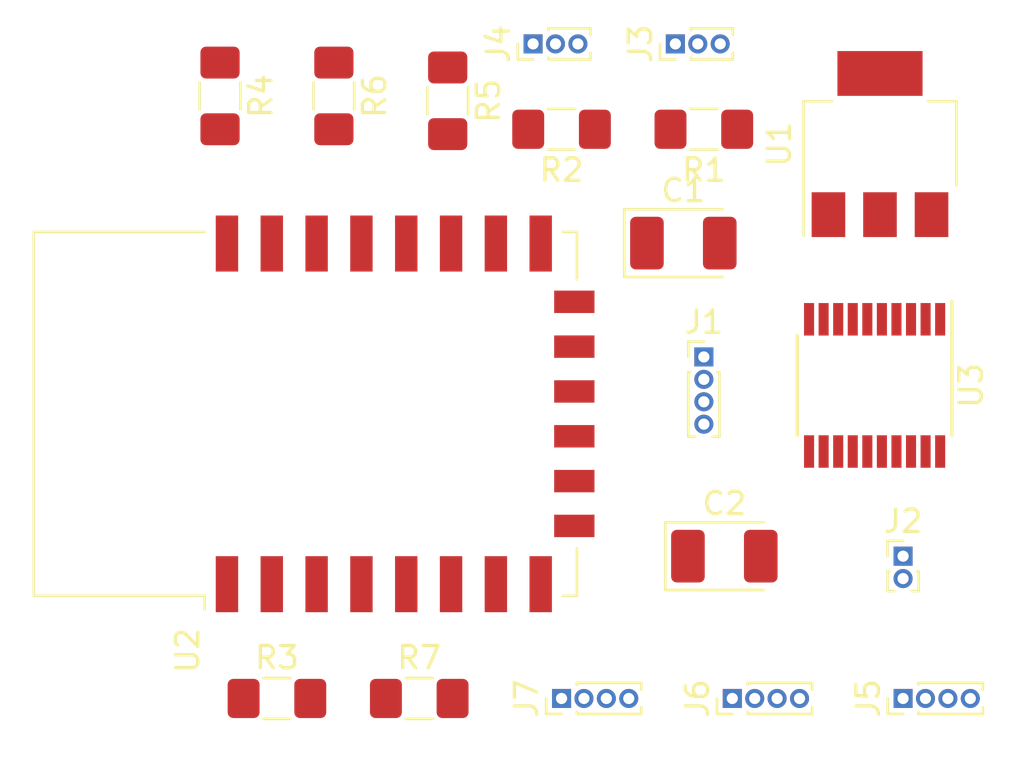
<source format=kicad_pcb>
(kicad_pcb (version 20171130) (host pcbnew 5.1.4)

  (general
    (thickness 1.6)
    (drawings 0)
    (tracks 0)
    (zones 0)
    (modules 19)
    (nets 34)
  )

  (page A4)
  (layers
    (0 F.Cu signal)
    (31 B.Cu signal)
    (32 B.Adhes user)
    (33 F.Adhes user)
    (34 B.Paste user)
    (35 F.Paste user)
    (36 B.SilkS user)
    (37 F.SilkS user)
    (38 B.Mask user)
    (39 F.Mask user)
    (40 Dwgs.User user)
    (41 Cmts.User user)
    (42 Eco1.User user)
    (43 Eco2.User user)
    (44 Edge.Cuts user)
    (45 Margin user)
    (46 B.CrtYd user)
    (47 F.CrtYd user)
    (48 B.Fab user)
    (49 F.Fab user)
  )

  (setup
    (last_trace_width 0.25)
    (trace_clearance 0.2)
    (zone_clearance 0.508)
    (zone_45_only no)
    (trace_min 0.2)
    (via_size 0.8)
    (via_drill 0.4)
    (via_min_size 0.4)
    (via_min_drill 0.3)
    (uvia_size 0.3)
    (uvia_drill 0.1)
    (uvias_allowed no)
    (uvia_min_size 0.2)
    (uvia_min_drill 0.1)
    (edge_width 0.05)
    (segment_width 0.2)
    (pcb_text_width 0.3)
    (pcb_text_size 1.5 1.5)
    (mod_edge_width 0.12)
    (mod_text_size 1 1)
    (mod_text_width 0.15)
    (pad_size 1.524 1.524)
    (pad_drill 0.762)
    (pad_to_mask_clearance 0.051)
    (solder_mask_min_width 0.25)
    (aux_axis_origin 0 0)
    (visible_elements FFFFFF7F)
    (pcbplotparams
      (layerselection 0x010fc_ffffffff)
      (usegerberextensions false)
      (usegerberattributes false)
      (usegerberadvancedattributes false)
      (creategerberjobfile false)
      (excludeedgelayer true)
      (linewidth 0.100000)
      (plotframeref false)
      (viasonmask false)
      (mode 1)
      (useauxorigin false)
      (hpglpennumber 1)
      (hpglpenspeed 20)
      (hpglpendiameter 15.000000)
      (psnegative false)
      (psa4output false)
      (plotreference true)
      (plotvalue true)
      (plotinvisibletext false)
      (padsonsilk false)
      (subtractmaskfromsilk false)
      (outputformat 1)
      (mirror false)
      (drillshape 1)
      (scaleselection 1)
      (outputdirectory ""))
  )

  (net 0 "")
  (net 1 /3V3)
  (net 2 "Net-(U2-Pad12)")
  (net 3 "Net-(U2-Pad2)")
  (net 4 GND)
  (net 5 VCC)
  (net 6 /SS)
  (net 7 /MOSI)
  (net 8 /MISO)
  (net 9 /SCK)
  (net 10 /DIN_LED_1)
  (net 11 /DIN_LED_2)
  (net 12 "Net-(J3-Pad2)")
  (net 13 "Net-(J4-Pad2)")
  (net 14 /LED_2)
  (net 15 /LED_1)
  (net 16 "Net-(R3-Pad1)")
  (net 17 "Net-(R4-Pad2)")
  (net 18 "Net-(R5-Pad2)")
  (net 19 "Net-(R6-Pad2)")
  (net 20 "Net-(R7-Pad1)")
  (net 21 /US_E_1)
  (net 22 /US_T_1)
  (net 23 /US_E_2)
  (net 24 /US_T_2)
  (net 25 /US_T_1_5V)
  (net 26 /US_E_1_5V)
  (net 27 /US_T_2_5V)
  (net 28 /US_E_2_5V)
  (net 29 /US_E_3_5V)
  (net 30 /US_T_3_5V)
  (net 31 /US_T_3)
  (net 32 /US_E_3)
  (net 33 /OE)

  (net_class Default "This is the default net class."
    (clearance 0.2)
    (trace_width 0.25)
    (via_dia 0.8)
    (via_drill 0.4)
    (uvia_dia 0.3)
    (uvia_drill 0.1)
    (add_net /3V3)
    (add_net /DIN_LED_1)
    (add_net /DIN_LED_2)
    (add_net /LED_1)
    (add_net /LED_2)
    (add_net /MISO)
    (add_net /MOSI)
    (add_net /OE)
    (add_net /SCK)
    (add_net /SS)
    (add_net /US_E_1)
    (add_net /US_E_1_5V)
    (add_net /US_E_2)
    (add_net /US_E_2_5V)
    (add_net /US_E_3)
    (add_net /US_E_3_5V)
    (add_net /US_T_1)
    (add_net /US_T_1_5V)
    (add_net /US_T_2)
    (add_net /US_T_2_5V)
    (add_net /US_T_3)
    (add_net /US_T_3_5V)
    (add_net GND)
    (add_net "Net-(J3-Pad2)")
    (add_net "Net-(J4-Pad2)")
    (add_net "Net-(R3-Pad1)")
    (add_net "Net-(R4-Pad2)")
    (add_net "Net-(R5-Pad2)")
    (add_net "Net-(R6-Pad2)")
    (add_net "Net-(R7-Pad1)")
    (add_net "Net-(U2-Pad12)")
    (add_net "Net-(U2-Pad2)")
    (add_net VCC)
  )

  (net_class "4A Traces" ""
    (clearance 0.2)
    (trace_width 2.1)
    (via_dia 0.8)
    (via_drill 0.4)
    (uvia_dia 0.3)
    (uvia_drill 0.1)
  )

  (module Connector_PinHeader_1.00mm:PinHeader_1x04_P1.00mm_Vertical (layer F.Cu) (tedit 59FED738) (tstamp 5D8D0B40)
    (at 123.19 106.68 90)
    (descr "Through hole straight pin header, 1x04, 1.00mm pitch, single row")
    (tags "Through hole pin header THT 1x04 1.00mm single row")
    (path /5D94C2AD)
    (fp_text reference J7 (at 0 -1.56 90) (layer F.SilkS)
      (effects (font (size 1 1) (thickness 0.15)))
    )
    (fp_text value US3 (at 0 4.56 90) (layer F.Fab)
      (effects (font (size 1 1) (thickness 0.15)))
    )
    (fp_text user %R (at 0 1.5) (layer F.Fab)
      (effects (font (size 0.76 0.76) (thickness 0.114)))
    )
    (fp_line (start 1.15 -1) (end -1.15 -1) (layer F.CrtYd) (width 0.05))
    (fp_line (start 1.15 4) (end 1.15 -1) (layer F.CrtYd) (width 0.05))
    (fp_line (start -1.15 4) (end 1.15 4) (layer F.CrtYd) (width 0.05))
    (fp_line (start -1.15 -1) (end -1.15 4) (layer F.CrtYd) (width 0.05))
    (fp_line (start -0.695 -0.685) (end 0 -0.685) (layer F.SilkS) (width 0.12))
    (fp_line (start -0.695 0) (end -0.695 -0.685) (layer F.SilkS) (width 0.12))
    (fp_line (start 0.608276 0.685) (end 0.695 0.685) (layer F.SilkS) (width 0.12))
    (fp_line (start -0.695 0.685) (end -0.608276 0.685) (layer F.SilkS) (width 0.12))
    (fp_line (start 0.695 0.685) (end 0.695 3.56) (layer F.SilkS) (width 0.12))
    (fp_line (start -0.695 0.685) (end -0.695 3.56) (layer F.SilkS) (width 0.12))
    (fp_line (start 0.394493 3.56) (end 0.695 3.56) (layer F.SilkS) (width 0.12))
    (fp_line (start -0.695 3.56) (end -0.394493 3.56) (layer F.SilkS) (width 0.12))
    (fp_line (start -0.635 -0.1825) (end -0.3175 -0.5) (layer F.Fab) (width 0.1))
    (fp_line (start -0.635 3.5) (end -0.635 -0.1825) (layer F.Fab) (width 0.1))
    (fp_line (start 0.635 3.5) (end -0.635 3.5) (layer F.Fab) (width 0.1))
    (fp_line (start 0.635 -0.5) (end 0.635 3.5) (layer F.Fab) (width 0.1))
    (fp_line (start -0.3175 -0.5) (end 0.635 -0.5) (layer F.Fab) (width 0.1))
    (pad 4 thru_hole oval (at 0 3 90) (size 0.85 0.85) (drill 0.5) (layers *.Cu *.Mask)
      (net 4 GND))
    (pad 3 thru_hole oval (at 0 2 90) (size 0.85 0.85) (drill 0.5) (layers *.Cu *.Mask)
      (net 29 /US_E_3_5V))
    (pad 2 thru_hole oval (at 0 1 90) (size 0.85 0.85) (drill 0.5) (layers *.Cu *.Mask)
      (net 30 /US_T_3_5V))
    (pad 1 thru_hole rect (at 0 0 90) (size 0.85 0.85) (drill 0.5) (layers *.Cu *.Mask)
      (net 5 VCC))
    (model ${KISYS3DMOD}/Connector_PinHeader_1.00mm.3dshapes/PinHeader_1x04_P1.00mm_Vertical.wrl
      (at (xyz 0 0 0))
      (scale (xyz 1 1 1))
      (rotate (xyz 0 0 0))
    )
  )

  (module Connector_PinHeader_1.00mm:PinHeader_1x04_P1.00mm_Vertical (layer F.Cu) (tedit 59FED738) (tstamp 5D8BD982)
    (at 130.81 106.68 90)
    (descr "Through hole straight pin header, 1x04, 1.00mm pitch, single row")
    (tags "Through hole pin header THT 1x04 1.00mm single row")
    (path /5D949902)
    (fp_text reference J6 (at 0 -1.56 90) (layer F.SilkS)
      (effects (font (size 1 1) (thickness 0.15)))
    )
    (fp_text value US2 (at 0 4.56 90) (layer F.Fab)
      (effects (font (size 1 1) (thickness 0.15)))
    )
    (fp_text user %R (at 0 1.5) (layer F.Fab)
      (effects (font (size 0.76 0.76) (thickness 0.114)))
    )
    (fp_line (start 1.15 -1) (end -1.15 -1) (layer F.CrtYd) (width 0.05))
    (fp_line (start 1.15 4) (end 1.15 -1) (layer F.CrtYd) (width 0.05))
    (fp_line (start -1.15 4) (end 1.15 4) (layer F.CrtYd) (width 0.05))
    (fp_line (start -1.15 -1) (end -1.15 4) (layer F.CrtYd) (width 0.05))
    (fp_line (start -0.695 -0.685) (end 0 -0.685) (layer F.SilkS) (width 0.12))
    (fp_line (start -0.695 0) (end -0.695 -0.685) (layer F.SilkS) (width 0.12))
    (fp_line (start 0.608276 0.685) (end 0.695 0.685) (layer F.SilkS) (width 0.12))
    (fp_line (start -0.695 0.685) (end -0.608276 0.685) (layer F.SilkS) (width 0.12))
    (fp_line (start 0.695 0.685) (end 0.695 3.56) (layer F.SilkS) (width 0.12))
    (fp_line (start -0.695 0.685) (end -0.695 3.56) (layer F.SilkS) (width 0.12))
    (fp_line (start 0.394493 3.56) (end 0.695 3.56) (layer F.SilkS) (width 0.12))
    (fp_line (start -0.695 3.56) (end -0.394493 3.56) (layer F.SilkS) (width 0.12))
    (fp_line (start -0.635 -0.1825) (end -0.3175 -0.5) (layer F.Fab) (width 0.1))
    (fp_line (start -0.635 3.5) (end -0.635 -0.1825) (layer F.Fab) (width 0.1))
    (fp_line (start 0.635 3.5) (end -0.635 3.5) (layer F.Fab) (width 0.1))
    (fp_line (start 0.635 -0.5) (end 0.635 3.5) (layer F.Fab) (width 0.1))
    (fp_line (start -0.3175 -0.5) (end 0.635 -0.5) (layer F.Fab) (width 0.1))
    (pad 4 thru_hole oval (at 0 3 90) (size 0.85 0.85) (drill 0.5) (layers *.Cu *.Mask)
      (net 4 GND))
    (pad 3 thru_hole oval (at 0 2 90) (size 0.85 0.85) (drill 0.5) (layers *.Cu *.Mask)
      (net 28 /US_E_2_5V))
    (pad 2 thru_hole oval (at 0 1 90) (size 0.85 0.85) (drill 0.5) (layers *.Cu *.Mask)
      (net 27 /US_T_2_5V))
    (pad 1 thru_hole rect (at 0 0 90) (size 0.85 0.85) (drill 0.5) (layers *.Cu *.Mask)
      (net 5 VCC))
    (model ${KISYS3DMOD}/Connector_PinHeader_1.00mm.3dshapes/PinHeader_1x04_P1.00mm_Vertical.wrl
      (at (xyz 0 0 0))
      (scale (xyz 1 1 1))
      (rotate (xyz 0 0 0))
    )
  )

  (module Connector_PinHeader_1.00mm:PinHeader_1x04_P1.00mm_Vertical (layer F.Cu) (tedit 59FED738) (tstamp 5D8BD968)
    (at 138.43 106.68 90)
    (descr "Through hole straight pin header, 1x04, 1.00mm pitch, single row")
    (tags "Through hole pin header THT 1x04 1.00mm single row")
    (path /5D93A18F)
    (fp_text reference J5 (at 0 -1.56 90) (layer F.SilkS)
      (effects (font (size 1 1) (thickness 0.15)))
    )
    (fp_text value US1 (at 0 4.56 90) (layer F.Fab)
      (effects (font (size 1 1) (thickness 0.15)))
    )
    (fp_text user %R (at 0 1.5) (layer F.Fab)
      (effects (font (size 0.76 0.76) (thickness 0.114)))
    )
    (fp_line (start 1.15 -1) (end -1.15 -1) (layer F.CrtYd) (width 0.05))
    (fp_line (start 1.15 4) (end 1.15 -1) (layer F.CrtYd) (width 0.05))
    (fp_line (start -1.15 4) (end 1.15 4) (layer F.CrtYd) (width 0.05))
    (fp_line (start -1.15 -1) (end -1.15 4) (layer F.CrtYd) (width 0.05))
    (fp_line (start -0.695 -0.685) (end 0 -0.685) (layer F.SilkS) (width 0.12))
    (fp_line (start -0.695 0) (end -0.695 -0.685) (layer F.SilkS) (width 0.12))
    (fp_line (start 0.608276 0.685) (end 0.695 0.685) (layer F.SilkS) (width 0.12))
    (fp_line (start -0.695 0.685) (end -0.608276 0.685) (layer F.SilkS) (width 0.12))
    (fp_line (start 0.695 0.685) (end 0.695 3.56) (layer F.SilkS) (width 0.12))
    (fp_line (start -0.695 0.685) (end -0.695 3.56) (layer F.SilkS) (width 0.12))
    (fp_line (start 0.394493 3.56) (end 0.695 3.56) (layer F.SilkS) (width 0.12))
    (fp_line (start -0.695 3.56) (end -0.394493 3.56) (layer F.SilkS) (width 0.12))
    (fp_line (start -0.635 -0.1825) (end -0.3175 -0.5) (layer F.Fab) (width 0.1))
    (fp_line (start -0.635 3.5) (end -0.635 -0.1825) (layer F.Fab) (width 0.1))
    (fp_line (start 0.635 3.5) (end -0.635 3.5) (layer F.Fab) (width 0.1))
    (fp_line (start 0.635 -0.5) (end 0.635 3.5) (layer F.Fab) (width 0.1))
    (fp_line (start -0.3175 -0.5) (end 0.635 -0.5) (layer F.Fab) (width 0.1))
    (pad 4 thru_hole oval (at 0 3 90) (size 0.85 0.85) (drill 0.5) (layers *.Cu *.Mask)
      (net 4 GND))
    (pad 3 thru_hole oval (at 0 2 90) (size 0.85 0.85) (drill 0.5) (layers *.Cu *.Mask)
      (net 26 /US_E_1_5V))
    (pad 2 thru_hole oval (at 0 1 90) (size 0.85 0.85) (drill 0.5) (layers *.Cu *.Mask)
      (net 25 /US_T_1_5V))
    (pad 1 thru_hole rect (at 0 0 90) (size 0.85 0.85) (drill 0.5) (layers *.Cu *.Mask)
      (net 5 VCC))
    (model ${KISYS3DMOD}/Connector_PinHeader_1.00mm.3dshapes/PinHeader_1x04_P1.00mm_Vertical.wrl
      (at (xyz 0 0 0))
      (scale (xyz 1 1 1))
      (rotate (xyz 0 0 0))
    )
  )

  (module Resistor_SMD:R_1206_3216Metric_Pad1.42x1.75mm_HandSolder (layer F.Cu) (tedit 5B301BBD) (tstamp 5D8BD406)
    (at 116.84 106.68)
    (descr "Resistor SMD 1206 (3216 Metric), square (rectangular) end terminal, IPC_7351 nominal with elongated pad for handsoldering. (Body size source: http://www.tortai-tech.com/upload/download/2011102023233369053.pdf), generated with kicad-footprint-generator")
    (tags "resistor handsolder")
    (path /5D8F3E21)
    (attr smd)
    (fp_text reference R7 (at 0 -1.82) (layer F.SilkS)
      (effects (font (size 1 1) (thickness 0.15)))
    )
    (fp_text value 10K (at 0 1.82) (layer F.Fab)
      (effects (font (size 1 1) (thickness 0.15)))
    )
    (fp_text user %R (at 0 0) (layer F.Fab)
      (effects (font (size 0.8 0.8) (thickness 0.12)))
    )
    (fp_line (start 2.45 1.12) (end -2.45 1.12) (layer F.CrtYd) (width 0.05))
    (fp_line (start 2.45 -1.12) (end 2.45 1.12) (layer F.CrtYd) (width 0.05))
    (fp_line (start -2.45 -1.12) (end 2.45 -1.12) (layer F.CrtYd) (width 0.05))
    (fp_line (start -2.45 1.12) (end -2.45 -1.12) (layer F.CrtYd) (width 0.05))
    (fp_line (start -0.602064 0.91) (end 0.602064 0.91) (layer F.SilkS) (width 0.12))
    (fp_line (start -0.602064 -0.91) (end 0.602064 -0.91) (layer F.SilkS) (width 0.12))
    (fp_line (start 1.6 0.8) (end -1.6 0.8) (layer F.Fab) (width 0.1))
    (fp_line (start 1.6 -0.8) (end 1.6 0.8) (layer F.Fab) (width 0.1))
    (fp_line (start -1.6 -0.8) (end 1.6 -0.8) (layer F.Fab) (width 0.1))
    (fp_line (start -1.6 0.8) (end -1.6 -0.8) (layer F.Fab) (width 0.1))
    (pad 2 smd roundrect (at 1.4875 0) (size 1.425 1.75) (layers F.Cu F.Paste F.Mask) (roundrect_rratio 0.175439)
      (net 1 /3V3))
    (pad 1 smd roundrect (at -1.4875 0) (size 1.425 1.75) (layers F.Cu F.Paste F.Mask) (roundrect_rratio 0.175439)
      (net 20 "Net-(R7-Pad1)"))
    (model ${KISYS3DMOD}/Resistor_SMD.3dshapes/R_1206_3216Metric.wrl
      (at (xyz 0 0 0))
      (scale (xyz 1 1 1))
      (rotate (xyz 0 0 0))
    )
  )

  (module Resistor_SMD:R_1206_3216Metric_Pad1.42x1.75mm_HandSolder (layer F.Cu) (tedit 5B301BBD) (tstamp 5D8BCAEC)
    (at 113.03 79.7925 270)
    (descr "Resistor SMD 1206 (3216 Metric), square (rectangular) end terminal, IPC_7351 nominal with elongated pad for handsoldering. (Body size source: http://www.tortai-tech.com/upload/download/2011102023233369053.pdf), generated with kicad-footprint-generator")
    (tags "resistor handsolder")
    (path /5D8E6AA7)
    (attr smd)
    (fp_text reference R6 (at 0 -1.82 90) (layer F.SilkS)
      (effects (font (size 1 1) (thickness 0.15)))
    )
    (fp_text value 10K (at 0 1.82 90) (layer F.Fab)
      (effects (font (size 1 1) (thickness 0.15)))
    )
    (fp_text user %R (at 0 0 90) (layer F.Fab)
      (effects (font (size 0.8 0.8) (thickness 0.12)))
    )
    (fp_line (start 2.45 1.12) (end -2.45 1.12) (layer F.CrtYd) (width 0.05))
    (fp_line (start 2.45 -1.12) (end 2.45 1.12) (layer F.CrtYd) (width 0.05))
    (fp_line (start -2.45 -1.12) (end 2.45 -1.12) (layer F.CrtYd) (width 0.05))
    (fp_line (start -2.45 1.12) (end -2.45 -1.12) (layer F.CrtYd) (width 0.05))
    (fp_line (start -0.602064 0.91) (end 0.602064 0.91) (layer F.SilkS) (width 0.12))
    (fp_line (start -0.602064 -0.91) (end 0.602064 -0.91) (layer F.SilkS) (width 0.12))
    (fp_line (start 1.6 0.8) (end -1.6 0.8) (layer F.Fab) (width 0.1))
    (fp_line (start 1.6 -0.8) (end 1.6 0.8) (layer F.Fab) (width 0.1))
    (fp_line (start -1.6 -0.8) (end 1.6 -0.8) (layer F.Fab) (width 0.1))
    (fp_line (start -1.6 0.8) (end -1.6 -0.8) (layer F.Fab) (width 0.1))
    (pad 2 smd roundrect (at 1.4875 0 270) (size 1.425 1.75) (layers F.Cu F.Paste F.Mask) (roundrect_rratio 0.175439)
      (net 19 "Net-(R6-Pad2)"))
    (pad 1 smd roundrect (at -1.4875 0 270) (size 1.425 1.75) (layers F.Cu F.Paste F.Mask) (roundrect_rratio 0.175439)
      (net 4 GND))
    (model ${KISYS3DMOD}/Resistor_SMD.3dshapes/R_1206_3216Metric.wrl
      (at (xyz 0 0 0))
      (scale (xyz 1 1 1))
      (rotate (xyz 0 0 0))
    )
  )

  (module Resistor_SMD:R_1206_3216Metric_Pad1.42x1.75mm_HandSolder (layer F.Cu) (tedit 5B301BBD) (tstamp 5D8BCADB)
    (at 118.11 80.01 270)
    (descr "Resistor SMD 1206 (3216 Metric), square (rectangular) end terminal, IPC_7351 nominal with elongated pad for handsoldering. (Body size source: http://www.tortai-tech.com/upload/download/2011102023233369053.pdf), generated with kicad-footprint-generator")
    (tags "resistor handsolder")
    (path /5D8EC73C)
    (attr smd)
    (fp_text reference R5 (at 0 -1.82 90) (layer F.SilkS)
      (effects (font (size 1 1) (thickness 0.15)))
    )
    (fp_text value 10K (at 0 1.82 90) (layer F.Fab)
      (effects (font (size 1 1) (thickness 0.15)))
    )
    (fp_text user %R (at 0 0 90) (layer F.Fab)
      (effects (font (size 0.8 0.8) (thickness 0.12)))
    )
    (fp_line (start 2.45 1.12) (end -2.45 1.12) (layer F.CrtYd) (width 0.05))
    (fp_line (start 2.45 -1.12) (end 2.45 1.12) (layer F.CrtYd) (width 0.05))
    (fp_line (start -2.45 -1.12) (end 2.45 -1.12) (layer F.CrtYd) (width 0.05))
    (fp_line (start -2.45 1.12) (end -2.45 -1.12) (layer F.CrtYd) (width 0.05))
    (fp_line (start -0.602064 0.91) (end 0.602064 0.91) (layer F.SilkS) (width 0.12))
    (fp_line (start -0.602064 -0.91) (end 0.602064 -0.91) (layer F.SilkS) (width 0.12))
    (fp_line (start 1.6 0.8) (end -1.6 0.8) (layer F.Fab) (width 0.1))
    (fp_line (start 1.6 -0.8) (end 1.6 0.8) (layer F.Fab) (width 0.1))
    (fp_line (start -1.6 -0.8) (end 1.6 -0.8) (layer F.Fab) (width 0.1))
    (fp_line (start -1.6 0.8) (end -1.6 -0.8) (layer F.Fab) (width 0.1))
    (pad 2 smd roundrect (at 1.4875 0 270) (size 1.425 1.75) (layers F.Cu F.Paste F.Mask) (roundrect_rratio 0.175439)
      (net 18 "Net-(R5-Pad2)"))
    (pad 1 smd roundrect (at -1.4875 0 270) (size 1.425 1.75) (layers F.Cu F.Paste F.Mask) (roundrect_rratio 0.175439)
      (net 1 /3V3))
    (model ${KISYS3DMOD}/Resistor_SMD.3dshapes/R_1206_3216Metric.wrl
      (at (xyz 0 0 0))
      (scale (xyz 1 1 1))
      (rotate (xyz 0 0 0))
    )
  )

  (module Resistor_SMD:R_1206_3216Metric_Pad1.42x1.75mm_HandSolder (layer F.Cu) (tedit 5B301BBD) (tstamp 5D8BCACA)
    (at 107.95 79.7925 270)
    (descr "Resistor SMD 1206 (3216 Metric), square (rectangular) end terminal, IPC_7351 nominal with elongated pad for handsoldering. (Body size source: http://www.tortai-tech.com/upload/download/2011102023233369053.pdf), generated with kicad-footprint-generator")
    (tags "resistor handsolder")
    (path /5D8E8DEA)
    (attr smd)
    (fp_text reference R4 (at 0 -1.82 90) (layer F.SilkS)
      (effects (font (size 1 1) (thickness 0.15)))
    )
    (fp_text value 10K (at 0 1.82 90) (layer F.Fab)
      (effects (font (size 1 1) (thickness 0.15)))
    )
    (fp_text user %R (at 0 0 90) (layer F.Fab)
      (effects (font (size 0.8 0.8) (thickness 0.12)))
    )
    (fp_line (start 2.45 1.12) (end -2.45 1.12) (layer F.CrtYd) (width 0.05))
    (fp_line (start 2.45 -1.12) (end 2.45 1.12) (layer F.CrtYd) (width 0.05))
    (fp_line (start -2.45 -1.12) (end 2.45 -1.12) (layer F.CrtYd) (width 0.05))
    (fp_line (start -2.45 1.12) (end -2.45 -1.12) (layer F.CrtYd) (width 0.05))
    (fp_line (start -0.602064 0.91) (end 0.602064 0.91) (layer F.SilkS) (width 0.12))
    (fp_line (start -0.602064 -0.91) (end 0.602064 -0.91) (layer F.SilkS) (width 0.12))
    (fp_line (start 1.6 0.8) (end -1.6 0.8) (layer F.Fab) (width 0.1))
    (fp_line (start 1.6 -0.8) (end 1.6 0.8) (layer F.Fab) (width 0.1))
    (fp_line (start -1.6 -0.8) (end 1.6 -0.8) (layer F.Fab) (width 0.1))
    (fp_line (start -1.6 0.8) (end -1.6 -0.8) (layer F.Fab) (width 0.1))
    (pad 2 smd roundrect (at 1.4875 0 270) (size 1.425 1.75) (layers F.Cu F.Paste F.Mask) (roundrect_rratio 0.175439)
      (net 17 "Net-(R4-Pad2)"))
    (pad 1 smd roundrect (at -1.4875 0 270) (size 1.425 1.75) (layers F.Cu F.Paste F.Mask) (roundrect_rratio 0.175439)
      (net 1 /3V3))
    (model ${KISYS3DMOD}/Resistor_SMD.3dshapes/R_1206_3216Metric.wrl
      (at (xyz 0 0 0))
      (scale (xyz 1 1 1))
      (rotate (xyz 0 0 0))
    )
  )

  (module Resistor_SMD:R_1206_3216Metric_Pad1.42x1.75mm_HandSolder (layer F.Cu) (tedit 5B301BBD) (tstamp 5D8BCAB9)
    (at 110.49 106.68)
    (descr "Resistor SMD 1206 (3216 Metric), square (rectangular) end terminal, IPC_7351 nominal with elongated pad for handsoldering. (Body size source: http://www.tortai-tech.com/upload/download/2011102023233369053.pdf), generated with kicad-footprint-generator")
    (tags "resistor handsolder")
    (path /5D8E1782)
    (attr smd)
    (fp_text reference R3 (at 0 -1.82) (layer F.SilkS)
      (effects (font (size 1 1) (thickness 0.15)))
    )
    (fp_text value 10K (at 0 1.82) (layer F.Fab)
      (effects (font (size 1 1) (thickness 0.15)))
    )
    (fp_text user %R (at 0 0) (layer F.Fab)
      (effects (font (size 0.8 0.8) (thickness 0.12)))
    )
    (fp_line (start 2.45 1.12) (end -2.45 1.12) (layer F.CrtYd) (width 0.05))
    (fp_line (start 2.45 -1.12) (end 2.45 1.12) (layer F.CrtYd) (width 0.05))
    (fp_line (start -2.45 -1.12) (end 2.45 -1.12) (layer F.CrtYd) (width 0.05))
    (fp_line (start -2.45 1.12) (end -2.45 -1.12) (layer F.CrtYd) (width 0.05))
    (fp_line (start -0.602064 0.91) (end 0.602064 0.91) (layer F.SilkS) (width 0.12))
    (fp_line (start -0.602064 -0.91) (end 0.602064 -0.91) (layer F.SilkS) (width 0.12))
    (fp_line (start 1.6 0.8) (end -1.6 0.8) (layer F.Fab) (width 0.1))
    (fp_line (start 1.6 -0.8) (end 1.6 0.8) (layer F.Fab) (width 0.1))
    (fp_line (start -1.6 -0.8) (end 1.6 -0.8) (layer F.Fab) (width 0.1))
    (fp_line (start -1.6 0.8) (end -1.6 -0.8) (layer F.Fab) (width 0.1))
    (pad 2 smd roundrect (at 1.4875 0) (size 1.425 1.75) (layers F.Cu F.Paste F.Mask) (roundrect_rratio 0.175439)
      (net 1 /3V3))
    (pad 1 smd roundrect (at -1.4875 0) (size 1.425 1.75) (layers F.Cu F.Paste F.Mask) (roundrect_rratio 0.175439)
      (net 16 "Net-(R3-Pad1)"))
    (model ${KISYS3DMOD}/Resistor_SMD.3dshapes/R_1206_3216Metric.wrl
      (at (xyz 0 0 0))
      (scale (xyz 1 1 1))
      (rotate (xyz 0 0 0))
    )
  )

  (module Resistor_SMD:R_1206_3216Metric_Pad1.42x1.75mm_HandSolder (layer F.Cu) (tedit 5B301BBD) (tstamp 5D8BBDCD)
    (at 123.19 81.28 180)
    (descr "Resistor SMD 1206 (3216 Metric), square (rectangular) end terminal, IPC_7351 nominal with elongated pad for handsoldering. (Body size source: http://www.tortai-tech.com/upload/download/2011102023233369053.pdf), generated with kicad-footprint-generator")
    (tags "resistor handsolder")
    (path /5D8D89DE)
    (attr smd)
    (fp_text reference R2 (at 0 -1.82) (layer F.SilkS)
      (effects (font (size 1 1) (thickness 0.15)))
    )
    (fp_text value 470 (at 0 1.82) (layer F.Fab)
      (effects (font (size 1 1) (thickness 0.15)))
    )
    (fp_text user %R (at 0 0) (layer F.Fab)
      (effects (font (size 0.8 0.8) (thickness 0.12)))
    )
    (fp_line (start 2.45 1.12) (end -2.45 1.12) (layer F.CrtYd) (width 0.05))
    (fp_line (start 2.45 -1.12) (end 2.45 1.12) (layer F.CrtYd) (width 0.05))
    (fp_line (start -2.45 -1.12) (end 2.45 -1.12) (layer F.CrtYd) (width 0.05))
    (fp_line (start -2.45 1.12) (end -2.45 -1.12) (layer F.CrtYd) (width 0.05))
    (fp_line (start -0.602064 0.91) (end 0.602064 0.91) (layer F.SilkS) (width 0.12))
    (fp_line (start -0.602064 -0.91) (end 0.602064 -0.91) (layer F.SilkS) (width 0.12))
    (fp_line (start 1.6 0.8) (end -1.6 0.8) (layer F.Fab) (width 0.1))
    (fp_line (start 1.6 -0.8) (end 1.6 0.8) (layer F.Fab) (width 0.1))
    (fp_line (start -1.6 -0.8) (end 1.6 -0.8) (layer F.Fab) (width 0.1))
    (fp_line (start -1.6 0.8) (end -1.6 -0.8) (layer F.Fab) (width 0.1))
    (pad 2 smd roundrect (at 1.4875 0 180) (size 1.425 1.75) (layers F.Cu F.Paste F.Mask) (roundrect_rratio 0.175439)
      (net 13 "Net-(J4-Pad2)"))
    (pad 1 smd roundrect (at -1.4875 0 180) (size 1.425 1.75) (layers F.Cu F.Paste F.Mask) (roundrect_rratio 0.175439)
      (net 11 /DIN_LED_2))
    (model ${KISYS3DMOD}/Resistor_SMD.3dshapes/R_1206_3216Metric.wrl
      (at (xyz 0 0 0))
      (scale (xyz 1 1 1))
      (rotate (xyz 0 0 0))
    )
  )

  (module Resistor_SMD:R_1206_3216Metric_Pad1.42x1.75mm_HandSolder (layer F.Cu) (tedit 5B301BBD) (tstamp 5D8BBDBC)
    (at 129.54 81.28 180)
    (descr "Resistor SMD 1206 (3216 Metric), square (rectangular) end terminal, IPC_7351 nominal with elongated pad for handsoldering. (Body size source: http://www.tortai-tech.com/upload/download/2011102023233369053.pdf), generated with kicad-footprint-generator")
    (tags "resistor handsolder")
    (path /5D8CE997)
    (attr smd)
    (fp_text reference R1 (at 0 -1.82) (layer F.SilkS)
      (effects (font (size 1 1) (thickness 0.15)))
    )
    (fp_text value 470 (at 0 1.82) (layer F.Fab)
      (effects (font (size 1 1) (thickness 0.15)))
    )
    (fp_text user %R (at 0 0) (layer F.Fab)
      (effects (font (size 0.8 0.8) (thickness 0.12)))
    )
    (fp_line (start 2.45 1.12) (end -2.45 1.12) (layer F.CrtYd) (width 0.05))
    (fp_line (start 2.45 -1.12) (end 2.45 1.12) (layer F.CrtYd) (width 0.05))
    (fp_line (start -2.45 -1.12) (end 2.45 -1.12) (layer F.CrtYd) (width 0.05))
    (fp_line (start -2.45 1.12) (end -2.45 -1.12) (layer F.CrtYd) (width 0.05))
    (fp_line (start -0.602064 0.91) (end 0.602064 0.91) (layer F.SilkS) (width 0.12))
    (fp_line (start -0.602064 -0.91) (end 0.602064 -0.91) (layer F.SilkS) (width 0.12))
    (fp_line (start 1.6 0.8) (end -1.6 0.8) (layer F.Fab) (width 0.1))
    (fp_line (start 1.6 -0.8) (end 1.6 0.8) (layer F.Fab) (width 0.1))
    (fp_line (start -1.6 -0.8) (end 1.6 -0.8) (layer F.Fab) (width 0.1))
    (fp_line (start -1.6 0.8) (end -1.6 -0.8) (layer F.Fab) (width 0.1))
    (pad 2 smd roundrect (at 1.4875 0 180) (size 1.425 1.75) (layers F.Cu F.Paste F.Mask) (roundrect_rratio 0.175439)
      (net 12 "Net-(J3-Pad2)"))
    (pad 1 smd roundrect (at -1.4875 0 180) (size 1.425 1.75) (layers F.Cu F.Paste F.Mask) (roundrect_rratio 0.175439)
      (net 10 /DIN_LED_1))
    (model ${KISYS3DMOD}/Resistor_SMD.3dshapes/R_1206_3216Metric.wrl
      (at (xyz 0 0 0))
      (scale (xyz 1 1 1))
      (rotate (xyz 0 0 0))
    )
  )

  (module Connector_PinHeader_1.00mm:PinHeader_1x03_P1.00mm_Vertical (layer F.Cu) (tedit 59FED738) (tstamp 5D8BBDAB)
    (at 121.92 77.47 90)
    (descr "Through hole straight pin header, 1x03, 1.00mm pitch, single row")
    (tags "Through hole pin header THT 1x03 1.00mm single row")
    (path /5D8D89CE)
    (fp_text reference J4 (at 0 -1.56 90) (layer F.SilkS)
      (effects (font (size 1 1) (thickness 0.15)))
    )
    (fp_text value LED2 (at 0 3.56 90) (layer F.Fab)
      (effects (font (size 1 1) (thickness 0.15)))
    )
    (fp_text user %R (at 0 1) (layer F.Fab)
      (effects (font (size 0.76 0.76) (thickness 0.114)))
    )
    (fp_line (start 1.15 -1) (end -1.15 -1) (layer F.CrtYd) (width 0.05))
    (fp_line (start 1.15 3) (end 1.15 -1) (layer F.CrtYd) (width 0.05))
    (fp_line (start -1.15 3) (end 1.15 3) (layer F.CrtYd) (width 0.05))
    (fp_line (start -1.15 -1) (end -1.15 3) (layer F.CrtYd) (width 0.05))
    (fp_line (start -0.695 -0.685) (end 0 -0.685) (layer F.SilkS) (width 0.12))
    (fp_line (start -0.695 0) (end -0.695 -0.685) (layer F.SilkS) (width 0.12))
    (fp_line (start 0.608276 0.685) (end 0.695 0.685) (layer F.SilkS) (width 0.12))
    (fp_line (start -0.695 0.685) (end -0.608276 0.685) (layer F.SilkS) (width 0.12))
    (fp_line (start 0.695 0.685) (end 0.695 2.56) (layer F.SilkS) (width 0.12))
    (fp_line (start -0.695 0.685) (end -0.695 2.56) (layer F.SilkS) (width 0.12))
    (fp_line (start 0.394493 2.56) (end 0.695 2.56) (layer F.SilkS) (width 0.12))
    (fp_line (start -0.695 2.56) (end -0.394493 2.56) (layer F.SilkS) (width 0.12))
    (fp_line (start -0.635 -0.1825) (end -0.3175 -0.5) (layer F.Fab) (width 0.1))
    (fp_line (start -0.635 2.5) (end -0.635 -0.1825) (layer F.Fab) (width 0.1))
    (fp_line (start 0.635 2.5) (end -0.635 2.5) (layer F.Fab) (width 0.1))
    (fp_line (start 0.635 -0.5) (end 0.635 2.5) (layer F.Fab) (width 0.1))
    (fp_line (start -0.3175 -0.5) (end 0.635 -0.5) (layer F.Fab) (width 0.1))
    (pad 3 thru_hole oval (at 0 2 90) (size 0.85 0.85) (drill 0.5) (layers *.Cu *.Mask)
      (net 4 GND))
    (pad 2 thru_hole oval (at 0 1 90) (size 0.85 0.85) (drill 0.5) (layers *.Cu *.Mask)
      (net 13 "Net-(J4-Pad2)"))
    (pad 1 thru_hole rect (at 0 0 90) (size 0.85 0.85) (drill 0.5) (layers *.Cu *.Mask)
      (net 5 VCC))
    (model ${KISYS3DMOD}/Connector_PinHeader_1.00mm.3dshapes/PinHeader_1x03_P1.00mm_Vertical.wrl
      (at (xyz 0 0 0))
      (scale (xyz 1 1 1))
      (rotate (xyz 0 0 0))
    )
  )

  (module Package_SO:TSSOP-20_4.4x6.5mm_P0.65mm (layer F.Cu) (tedit 5A02F25C) (tstamp 5D8AC6F4)
    (at 137.16 92.71 270)
    (descr "20-Lead Plastic Thin Shrink Small Outline (ST)-4.4 mm Body [TSSOP] (see Microchip Packaging Specification 00000049BS.pdf)")
    (tags "SSOP 0.65")
    (path /5D8C9423)
    (attr smd)
    (fp_text reference U3 (at 0 -4.3 90) (layer F.SilkS)
      (effects (font (size 1 1) (thickness 0.15)))
    )
    (fp_text value TXS0108EPW (at 0 4.3 90) (layer F.Fab)
      (effects (font (size 1 1) (thickness 0.15)))
    )
    (fp_text user %R (at 0 0 90) (layer F.Fab)
      (effects (font (size 0.8 0.8) (thickness 0.15)))
    )
    (fp_line (start -3.75 -3.45) (end 2.225 -3.45) (layer F.SilkS) (width 0.15))
    (fp_line (start -2.225 3.45) (end 2.225 3.45) (layer F.SilkS) (width 0.15))
    (fp_line (start -3.95 3.55) (end 3.95 3.55) (layer F.CrtYd) (width 0.05))
    (fp_line (start -3.95 -3.55) (end 3.95 -3.55) (layer F.CrtYd) (width 0.05))
    (fp_line (start 3.95 -3.55) (end 3.95 3.55) (layer F.CrtYd) (width 0.05))
    (fp_line (start -3.95 -3.55) (end -3.95 3.55) (layer F.CrtYd) (width 0.05))
    (fp_line (start -2.2 -2.25) (end -1.2 -3.25) (layer F.Fab) (width 0.15))
    (fp_line (start -2.2 3.25) (end -2.2 -2.25) (layer F.Fab) (width 0.15))
    (fp_line (start 2.2 3.25) (end -2.2 3.25) (layer F.Fab) (width 0.15))
    (fp_line (start 2.2 -3.25) (end 2.2 3.25) (layer F.Fab) (width 0.15))
    (fp_line (start -1.2 -3.25) (end 2.2 -3.25) (layer F.Fab) (width 0.15))
    (pad 20 smd rect (at 2.95 -2.925 270) (size 1.45 0.45) (layers F.Cu F.Paste F.Mask)
      (net 10 /DIN_LED_1))
    (pad 19 smd rect (at 2.95 -2.275 270) (size 1.45 0.45) (layers F.Cu F.Paste F.Mask)
      (net 5 VCC))
    (pad 18 smd rect (at 2.95 -1.625 270) (size 1.45 0.45) (layers F.Cu F.Paste F.Mask)
      (net 11 /DIN_LED_2))
    (pad 17 smd rect (at 2.95 -0.975 270) (size 1.45 0.45) (layers F.Cu F.Paste F.Mask)
      (net 25 /US_T_1_5V))
    (pad 16 smd rect (at 2.95 -0.325 270) (size 1.45 0.45) (layers F.Cu F.Paste F.Mask)
      (net 26 /US_E_1_5V))
    (pad 15 smd rect (at 2.95 0.325 270) (size 1.45 0.45) (layers F.Cu F.Paste F.Mask)
      (net 27 /US_T_2_5V))
    (pad 14 smd rect (at 2.95 0.975 270) (size 1.45 0.45) (layers F.Cu F.Paste F.Mask)
      (net 28 /US_E_2_5V))
    (pad 13 smd rect (at 2.95 1.625 270) (size 1.45 0.45) (layers F.Cu F.Paste F.Mask)
      (net 30 /US_T_3_5V))
    (pad 12 smd rect (at 2.95 2.275 270) (size 1.45 0.45) (layers F.Cu F.Paste F.Mask)
      (net 29 /US_E_3_5V))
    (pad 11 smd rect (at 2.95 2.925 270) (size 1.45 0.45) (layers F.Cu F.Paste F.Mask)
      (net 4 GND))
    (pad 10 smd rect (at -2.95 2.925 270) (size 1.45 0.45) (layers F.Cu F.Paste F.Mask)
      (net 33 /OE))
    (pad 9 smd rect (at -2.95 2.275 270) (size 1.45 0.45) (layers F.Cu F.Paste F.Mask)
      (net 32 /US_E_3))
    (pad 8 smd rect (at -2.95 1.625 270) (size 1.45 0.45) (layers F.Cu F.Paste F.Mask)
      (net 31 /US_T_3))
    (pad 7 smd rect (at -2.95 0.975 270) (size 1.45 0.45) (layers F.Cu F.Paste F.Mask)
      (net 23 /US_E_2))
    (pad 6 smd rect (at -2.95 0.325 270) (size 1.45 0.45) (layers F.Cu F.Paste F.Mask)
      (net 24 /US_T_2))
    (pad 5 smd rect (at -2.95 -0.325 270) (size 1.45 0.45) (layers F.Cu F.Paste F.Mask)
      (net 21 /US_E_1))
    (pad 4 smd rect (at -2.95 -0.975 270) (size 1.45 0.45) (layers F.Cu F.Paste F.Mask)
      (net 22 /US_T_1))
    (pad 3 smd rect (at -2.95 -1.625 270) (size 1.45 0.45) (layers F.Cu F.Paste F.Mask)
      (net 14 /LED_2))
    (pad 2 smd rect (at -2.95 -2.275 270) (size 1.45 0.45) (layers F.Cu F.Paste F.Mask)
      (net 1 /3V3))
    (pad 1 smd rect (at -2.95 -2.925 270) (size 1.45 0.45) (layers F.Cu F.Paste F.Mask)
      (net 15 /LED_1))
    (model ${KISYS3DMOD}/Package_SO.3dshapes/TSSOP-20_4.4x6.5mm_P0.65mm.wrl
      (at (xyz 0 0 0))
      (scale (xyz 1 1 1))
      (rotate (xyz 0 0 0))
    )
  )

  (module Connector_PinHeader_1.00mm:PinHeader_1x03_P1.00mm_Vertical (layer F.Cu) (tedit 59FED738) (tstamp 5D8AC619)
    (at 128.27 77.47 90)
    (descr "Through hole straight pin header, 1x03, 1.00mm pitch, single row")
    (tags "Through hole pin header THT 1x03 1.00mm single row")
    (path /5D8B6DB2)
    (fp_text reference J3 (at 0 -1.56 90) (layer F.SilkS)
      (effects (font (size 1 1) (thickness 0.15)))
    )
    (fp_text value LED1 (at 0 3.56 90) (layer F.Fab)
      (effects (font (size 1 1) (thickness 0.15)))
    )
    (fp_text user %R (at 0 1) (layer F.Fab)
      (effects (font (size 0.76 0.76) (thickness 0.114)))
    )
    (fp_line (start 1.15 -1) (end -1.15 -1) (layer F.CrtYd) (width 0.05))
    (fp_line (start 1.15 3) (end 1.15 -1) (layer F.CrtYd) (width 0.05))
    (fp_line (start -1.15 3) (end 1.15 3) (layer F.CrtYd) (width 0.05))
    (fp_line (start -1.15 -1) (end -1.15 3) (layer F.CrtYd) (width 0.05))
    (fp_line (start -0.695 -0.685) (end 0 -0.685) (layer F.SilkS) (width 0.12))
    (fp_line (start -0.695 0) (end -0.695 -0.685) (layer F.SilkS) (width 0.12))
    (fp_line (start 0.608276 0.685) (end 0.695 0.685) (layer F.SilkS) (width 0.12))
    (fp_line (start -0.695 0.685) (end -0.608276 0.685) (layer F.SilkS) (width 0.12))
    (fp_line (start 0.695 0.685) (end 0.695 2.56) (layer F.SilkS) (width 0.12))
    (fp_line (start -0.695 0.685) (end -0.695 2.56) (layer F.SilkS) (width 0.12))
    (fp_line (start 0.394493 2.56) (end 0.695 2.56) (layer F.SilkS) (width 0.12))
    (fp_line (start -0.695 2.56) (end -0.394493 2.56) (layer F.SilkS) (width 0.12))
    (fp_line (start -0.635 -0.1825) (end -0.3175 -0.5) (layer F.Fab) (width 0.1))
    (fp_line (start -0.635 2.5) (end -0.635 -0.1825) (layer F.Fab) (width 0.1))
    (fp_line (start 0.635 2.5) (end -0.635 2.5) (layer F.Fab) (width 0.1))
    (fp_line (start 0.635 -0.5) (end 0.635 2.5) (layer F.Fab) (width 0.1))
    (fp_line (start -0.3175 -0.5) (end 0.635 -0.5) (layer F.Fab) (width 0.1))
    (pad 3 thru_hole oval (at 0 2 90) (size 0.85 0.85) (drill 0.5) (layers *.Cu *.Mask)
      (net 4 GND))
    (pad 2 thru_hole oval (at 0 1 90) (size 0.85 0.85) (drill 0.5) (layers *.Cu *.Mask)
      (net 12 "Net-(J3-Pad2)"))
    (pad 1 thru_hole rect (at 0 0 90) (size 0.85 0.85) (drill 0.5) (layers *.Cu *.Mask)
      (net 5 VCC))
    (model ${KISYS3DMOD}/Connector_PinHeader_1.00mm.3dshapes/PinHeader_1x03_P1.00mm_Vertical.wrl
      (at (xyz 0 0 0))
      (scale (xyz 1 1 1))
      (rotate (xyz 0 0 0))
    )
  )

  (module Connector_PinHeader_1.00mm:PinHeader_1x02_P1.00mm_Vertical (layer F.Cu) (tedit 59FED738) (tstamp 5D8ABF74)
    (at 138.43 100.33)
    (descr "Through hole straight pin header, 1x02, 1.00mm pitch, single row")
    (tags "Through hole pin header THT 1x02 1.00mm single row")
    (path /5D8A7152)
    (fp_text reference J2 (at 0 -1.56) (layer F.SilkS)
      (effects (font (size 1 1) (thickness 0.15)))
    )
    (fp_text value PWR (at 0 2.56) (layer F.Fab)
      (effects (font (size 1 1) (thickness 0.15)))
    )
    (fp_text user %R (at 0 0.5 90) (layer F.Fab)
      (effects (font (size 0.76 0.76) (thickness 0.114)))
    )
    (fp_line (start 1.15 -1) (end -1.15 -1) (layer F.CrtYd) (width 0.05))
    (fp_line (start 1.15 2) (end 1.15 -1) (layer F.CrtYd) (width 0.05))
    (fp_line (start -1.15 2) (end 1.15 2) (layer F.CrtYd) (width 0.05))
    (fp_line (start -1.15 -1) (end -1.15 2) (layer F.CrtYd) (width 0.05))
    (fp_line (start -0.695 -0.685) (end 0 -0.685) (layer F.SilkS) (width 0.12))
    (fp_line (start -0.695 0) (end -0.695 -0.685) (layer F.SilkS) (width 0.12))
    (fp_line (start 0.608276 0.685) (end 0.695 0.685) (layer F.SilkS) (width 0.12))
    (fp_line (start -0.695 0.685) (end -0.608276 0.685) (layer F.SilkS) (width 0.12))
    (fp_line (start 0.695 0.685) (end 0.695 1.56) (layer F.SilkS) (width 0.12))
    (fp_line (start -0.695 0.685) (end -0.695 1.56) (layer F.SilkS) (width 0.12))
    (fp_line (start 0.394493 1.56) (end 0.695 1.56) (layer F.SilkS) (width 0.12))
    (fp_line (start -0.695 1.56) (end -0.394493 1.56) (layer F.SilkS) (width 0.12))
    (fp_line (start -0.635 -0.1825) (end -0.3175 -0.5) (layer F.Fab) (width 0.1))
    (fp_line (start -0.635 1.5) (end -0.635 -0.1825) (layer F.Fab) (width 0.1))
    (fp_line (start 0.635 1.5) (end -0.635 1.5) (layer F.Fab) (width 0.1))
    (fp_line (start 0.635 -0.5) (end 0.635 1.5) (layer F.Fab) (width 0.1))
    (fp_line (start -0.3175 -0.5) (end 0.635 -0.5) (layer F.Fab) (width 0.1))
    (pad 2 thru_hole oval (at 0 1) (size 0.85 0.85) (drill 0.5) (layers *.Cu *.Mask)
      (net 4 GND))
    (pad 1 thru_hole rect (at 0 0) (size 0.85 0.85) (drill 0.5) (layers *.Cu *.Mask)
      (net 5 VCC))
    (model ${KISYS3DMOD}/Connector_PinHeader_1.00mm.3dshapes/PinHeader_1x02_P1.00mm_Vertical.wrl
      (at (xyz 0 0 0))
      (scale (xyz 1 1 1))
      (rotate (xyz 0 0 0))
    )
  )

  (module Connector_PinHeader_1.00mm:PinHeader_1x04_P1.00mm_Vertical (layer F.Cu) (tedit 59FED738) (tstamp 5D8D0904)
    (at 129.54 91.44)
    (descr "Through hole straight pin header, 1x04, 1.00mm pitch, single row")
    (tags "Through hole pin header THT 1x04 1.00mm single row")
    (path /5D8B02C9)
    (fp_text reference J1 (at 0 -1.56) (layer F.SilkS)
      (effects (font (size 1 1) (thickness 0.15)))
    )
    (fp_text value Prog (at 0 4.56) (layer F.Fab)
      (effects (font (size 1 1) (thickness 0.15)))
    )
    (fp_text user %R (at 0 1.5 90) (layer F.Fab)
      (effects (font (size 0.76 0.76) (thickness 0.114)))
    )
    (fp_line (start 1.15 -1) (end -1.15 -1) (layer F.CrtYd) (width 0.05))
    (fp_line (start 1.15 4) (end 1.15 -1) (layer F.CrtYd) (width 0.05))
    (fp_line (start -1.15 4) (end 1.15 4) (layer F.CrtYd) (width 0.05))
    (fp_line (start -1.15 -1) (end -1.15 4) (layer F.CrtYd) (width 0.05))
    (fp_line (start -0.695 -0.685) (end 0 -0.685) (layer F.SilkS) (width 0.12))
    (fp_line (start -0.695 0) (end -0.695 -0.685) (layer F.SilkS) (width 0.12))
    (fp_line (start 0.608276 0.685) (end 0.695 0.685) (layer F.SilkS) (width 0.12))
    (fp_line (start -0.695 0.685) (end -0.608276 0.685) (layer F.SilkS) (width 0.12))
    (fp_line (start 0.695 0.685) (end 0.695 3.56) (layer F.SilkS) (width 0.12))
    (fp_line (start -0.695 0.685) (end -0.695 3.56) (layer F.SilkS) (width 0.12))
    (fp_line (start 0.394493 3.56) (end 0.695 3.56) (layer F.SilkS) (width 0.12))
    (fp_line (start -0.695 3.56) (end -0.394493 3.56) (layer F.SilkS) (width 0.12))
    (fp_line (start -0.635 -0.1825) (end -0.3175 -0.5) (layer F.Fab) (width 0.1))
    (fp_line (start -0.635 3.5) (end -0.635 -0.1825) (layer F.Fab) (width 0.1))
    (fp_line (start 0.635 3.5) (end -0.635 3.5) (layer F.Fab) (width 0.1))
    (fp_line (start 0.635 -0.5) (end 0.635 3.5) (layer F.Fab) (width 0.1))
    (fp_line (start -0.3175 -0.5) (end 0.635 -0.5) (layer F.Fab) (width 0.1))
    (pad 4 thru_hole oval (at 0 3) (size 0.85 0.85) (drill 0.5) (layers *.Cu *.Mask)
      (net 6 /SS))
    (pad 3 thru_hole oval (at 0 2) (size 0.85 0.85) (drill 0.5) (layers *.Cu *.Mask)
      (net 7 /MOSI))
    (pad 2 thru_hole oval (at 0 1) (size 0.85 0.85) (drill 0.5) (layers *.Cu *.Mask)
      (net 8 /MISO))
    (pad 1 thru_hole rect (at 0 0) (size 0.85 0.85) (drill 0.5) (layers *.Cu *.Mask)
      (net 9 /SCK))
    (model ${KISYS3DMOD}/Connector_PinHeader_1.00mm.3dshapes/PinHeader_1x04_P1.00mm_Vertical.wrl
      (at (xyz 0 0 0))
      (scale (xyz 1 1 1))
      (rotate (xyz 0 0 0))
    )
  )

  (module Capacitor_Tantalum_SMD:CP_EIA-3528-12_Kemet-T_Pad1.50x2.35mm_HandSolder (layer F.Cu) (tedit 5B342532) (tstamp 5D8ABF42)
    (at 130.455 100.33)
    (descr "Tantalum Capacitor SMD Kemet-T (3528-12 Metric), IPC_7351 nominal, (Body size from: http://www.kemet.com/Lists/ProductCatalog/Attachments/253/KEM_TC101_STD.pdf), generated with kicad-footprint-generator")
    (tags "capacitor tantalum")
    (path /5D825275)
    (attr smd)
    (fp_text reference C2 (at 0 -2.35) (layer F.SilkS)
      (effects (font (size 1 1) (thickness 0.15)))
    )
    (fp_text value "1000 uF, 6,3V" (at 0 2.35) (layer F.Fab)
      (effects (font (size 1 1) (thickness 0.15)))
    )
    (fp_text user %R (at 0 0) (layer F.Fab)
      (effects (font (size 0.88 0.88) (thickness 0.13)))
    )
    (fp_line (start 2.62 1.65) (end -2.62 1.65) (layer F.CrtYd) (width 0.05))
    (fp_line (start 2.62 -1.65) (end 2.62 1.65) (layer F.CrtYd) (width 0.05))
    (fp_line (start -2.62 -1.65) (end 2.62 -1.65) (layer F.CrtYd) (width 0.05))
    (fp_line (start -2.62 1.65) (end -2.62 -1.65) (layer F.CrtYd) (width 0.05))
    (fp_line (start -2.635 1.51) (end 1.75 1.51) (layer F.SilkS) (width 0.12))
    (fp_line (start -2.635 -1.51) (end -2.635 1.51) (layer F.SilkS) (width 0.12))
    (fp_line (start 1.75 -1.51) (end -2.635 -1.51) (layer F.SilkS) (width 0.12))
    (fp_line (start 1.75 1.4) (end 1.75 -1.4) (layer F.Fab) (width 0.1))
    (fp_line (start -1.75 1.4) (end 1.75 1.4) (layer F.Fab) (width 0.1))
    (fp_line (start -1.75 -0.7) (end -1.75 1.4) (layer F.Fab) (width 0.1))
    (fp_line (start -1.05 -1.4) (end -1.75 -0.7) (layer F.Fab) (width 0.1))
    (fp_line (start 1.75 -1.4) (end -1.05 -1.4) (layer F.Fab) (width 0.1))
    (pad 2 smd roundrect (at 1.625 0) (size 1.5 2.35) (layers F.Cu F.Paste F.Mask) (roundrect_rratio 0.166667)
      (net 4 GND))
    (pad 1 smd roundrect (at -1.625 0) (size 1.5 2.35) (layers F.Cu F.Paste F.Mask) (roundrect_rratio 0.166667)
      (net 5 VCC))
    (model ${KISYS3DMOD}/Capacitor_Tantalum_SMD.3dshapes/CP_EIA-3528-12_Kemet-T.wrl
      (at (xyz 0 0 0))
      (scale (xyz 1 1 1))
      (rotate (xyz 0 0 0))
    )
  )

  (module RF_Module:ESP-12E (layer F.Cu) (tedit 5A030172) (tstamp 5D819372)
    (at 111.76 93.98 90)
    (descr "Wi-Fi Module, http://wiki.ai-thinker.com/_media/esp8266/docs/aithinker_esp_12f_datasheet_en.pdf")
    (tags "Wi-Fi Module")
    (path /5D81043C)
    (attr smd)
    (fp_text reference U2 (at -10.56 -5.26 90) (layer F.SilkS)
      (effects (font (size 1 1) (thickness 0.15)))
    )
    (fp_text value ESP-12F (at -0.06 -12.78 90) (layer F.Fab)
      (effects (font (size 1 1) (thickness 0.15)))
    )
    (fp_line (start 5.56 -4.8) (end 8.12 -7.36) (layer Dwgs.User) (width 0.12))
    (fp_line (start 2.56 -4.8) (end 8.12 -10.36) (layer Dwgs.User) (width 0.12))
    (fp_line (start -0.44 -4.8) (end 6.88 -12.12) (layer Dwgs.User) (width 0.12))
    (fp_line (start -3.44 -4.8) (end 3.88 -12.12) (layer Dwgs.User) (width 0.12))
    (fp_line (start -6.44 -4.8) (end 0.88 -12.12) (layer Dwgs.User) (width 0.12))
    (fp_line (start -8.12 -6.12) (end -2.12 -12.12) (layer Dwgs.User) (width 0.12))
    (fp_line (start -8.12 -9.12) (end -5.12 -12.12) (layer Dwgs.User) (width 0.12))
    (fp_line (start -8.12 -4.8) (end -8.12 -12.12) (layer Dwgs.User) (width 0.12))
    (fp_line (start 8.12 -4.8) (end -8.12 -4.8) (layer Dwgs.User) (width 0.12))
    (fp_line (start 8.12 -12.12) (end 8.12 -4.8) (layer Dwgs.User) (width 0.12))
    (fp_line (start -8.12 -12.12) (end 8.12 -12.12) (layer Dwgs.User) (width 0.12))
    (fp_line (start -8.12 -4.5) (end -8.73 -4.5) (layer F.SilkS) (width 0.12))
    (fp_line (start -8.12 -4.5) (end -8.12 -12.12) (layer F.SilkS) (width 0.12))
    (fp_line (start -8.12 12.12) (end -8.12 11.5) (layer F.SilkS) (width 0.12))
    (fp_line (start -6 12.12) (end -8.12 12.12) (layer F.SilkS) (width 0.12))
    (fp_line (start 8.12 12.12) (end 6 12.12) (layer F.SilkS) (width 0.12))
    (fp_line (start 8.12 11.5) (end 8.12 12.12) (layer F.SilkS) (width 0.12))
    (fp_line (start 8.12 -12.12) (end 8.12 -4.5) (layer F.SilkS) (width 0.12))
    (fp_line (start -8.12 -12.12) (end 8.12 -12.12) (layer F.SilkS) (width 0.12))
    (fp_line (start -9.05 13.1) (end -9.05 -12.2) (layer F.CrtYd) (width 0.05))
    (fp_line (start 9.05 13.1) (end -9.05 13.1) (layer F.CrtYd) (width 0.05))
    (fp_line (start 9.05 -12.2) (end 9.05 13.1) (layer F.CrtYd) (width 0.05))
    (fp_line (start -9.05 -12.2) (end 9.05 -12.2) (layer F.CrtYd) (width 0.05))
    (fp_line (start -8 -4) (end -8 -12) (layer F.Fab) (width 0.12))
    (fp_line (start -7.5 -3.5) (end -8 -4) (layer F.Fab) (width 0.12))
    (fp_line (start -8 -3) (end -7.5 -3.5) (layer F.Fab) (width 0.12))
    (fp_line (start -8 12) (end -8 -3) (layer F.Fab) (width 0.12))
    (fp_line (start 8 12) (end -8 12) (layer F.Fab) (width 0.12))
    (fp_line (start 8 -12) (end 8 12) (layer F.Fab) (width 0.12))
    (fp_line (start -8 -12) (end 8 -12) (layer F.Fab) (width 0.12))
    (fp_text user %R (at 0.49 -0.8 90) (layer F.Fab)
      (effects (font (size 1 1) (thickness 0.15)))
    )
    (fp_text user "KEEP-OUT ZONE" (at 0.03 -9.55 270) (layer Cmts.User)
      (effects (font (size 1 1) (thickness 0.15)))
    )
    (fp_text user Antenna (at -0.06 -7 270) (layer Cmts.User)
      (effects (font (size 1 1) (thickness 0.15)))
    )
    (pad 22 smd rect (at 7.6 -3.5 90) (size 2.5 1) (layers F.Cu F.Paste F.Mask)
      (net 15 /LED_1))
    (pad 21 smd rect (at 7.6 -1.5 90) (size 2.5 1) (layers F.Cu F.Paste F.Mask)
      (net 14 /LED_2))
    (pad 20 smd rect (at 7.6 0.5 90) (size 2.5 1) (layers F.Cu F.Paste F.Mask)
      (net 21 /US_E_1))
    (pad 19 smd rect (at 7.6 2.5 90) (size 2.5 1) (layers F.Cu F.Paste F.Mask)
      (net 22 /US_T_1))
    (pad 18 smd rect (at 7.6 4.5 90) (size 2.5 1) (layers F.Cu F.Paste F.Mask)
      (net 17 "Net-(R4-Pad2)"))
    (pad 17 smd rect (at 7.6 6.5 90) (size 2.5 1) (layers F.Cu F.Paste F.Mask)
      (net 18 "Net-(R5-Pad2)"))
    (pad 16 smd rect (at 7.6 8.5 90) (size 2.5 1) (layers F.Cu F.Paste F.Mask)
      (net 19 "Net-(R6-Pad2)"))
    (pad 15 smd rect (at 7.6 10.5 90) (size 2.5 1) (layers F.Cu F.Paste F.Mask)
      (net 4 GND))
    (pad 14 smd rect (at 5 12 90) (size 1 1.8) (layers F.Cu F.Paste F.Mask)
      (net 9 /SCK))
    (pad 13 smd rect (at 3 12 90) (size 1 1.8) (layers F.Cu F.Paste F.Mask)
      (net 7 /MOSI))
    (pad 12 smd rect (at 1 12 90) (size 1 1.8) (layers F.Cu F.Paste F.Mask)
      (net 2 "Net-(U2-Pad12)"))
    (pad 11 smd rect (at -1 12 90) (size 1 1.8) (layers F.Cu F.Paste F.Mask)
      (net 33 /OE))
    (pad 10 smd rect (at -3 12 90) (size 1 1.8) (layers F.Cu F.Paste F.Mask)
      (net 8 /MISO))
    (pad 9 smd rect (at -5 12 90) (size 1 1.8) (layers F.Cu F.Paste F.Mask)
      (net 6 /SS))
    (pad 8 smd rect (at -7.6 10.5 90) (size 2.5 1) (layers F.Cu F.Paste F.Mask)
      (net 1 /3V3))
    (pad 7 smd rect (at -7.6 8.5 90) (size 2.5 1) (layers F.Cu F.Paste F.Mask)
      (net 23 /US_E_2))
    (pad 6 smd rect (at -7.6 6.5 90) (size 2.5 1) (layers F.Cu F.Paste F.Mask)
      (net 24 /US_T_2))
    (pad 5 smd rect (at -7.6 4.5 90) (size 2.5 1) (layers F.Cu F.Paste F.Mask)
      (net 31 /US_T_3))
    (pad 4 smd rect (at -7.6 2.5 90) (size 2.5 1) (layers F.Cu F.Paste F.Mask)
      (net 32 /US_E_3))
    (pad 3 smd rect (at -7.6 0.5 90) (size 2.5 1) (layers F.Cu F.Paste F.Mask)
      (net 20 "Net-(R7-Pad1)"))
    (pad 2 smd rect (at -7.6 -1.5 90) (size 2.5 1) (layers F.Cu F.Paste F.Mask)
      (net 3 "Net-(U2-Pad2)"))
    (pad 1 smd rect (at -7.6 -3.5 90) (size 2.5 1) (layers F.Cu F.Paste F.Mask)
      (net 16 "Net-(R3-Pad1)"))
    (model ${KISYS3DMOD}/RF_Module.3dshapes/ESP-12E.wrl
      (at (xyz 0 0 0))
      (scale (xyz 1 1 1))
      (rotate (xyz 0 0 0))
    )
  )

  (module Package_TO_SOT_SMD:SOT-223 (layer F.Cu) (tedit 5A02FF57) (tstamp 5D819337)
    (at 137.4 81.94 90)
    (descr "module CMS SOT223 4 pins")
    (tags "CMS SOT")
    (path /5D813E23)
    (attr smd)
    (fp_text reference U1 (at 0 -4.5 90) (layer F.SilkS)
      (effects (font (size 1 1) (thickness 0.15)))
    )
    (fp_text value LM1117-3.3 (at 0 4.5 90) (layer F.Fab)
      (effects (font (size 1 1) (thickness 0.15)))
    )
    (fp_line (start 1.85 -3.35) (end 1.85 3.35) (layer F.Fab) (width 0.1))
    (fp_line (start -1.85 3.35) (end 1.85 3.35) (layer F.Fab) (width 0.1))
    (fp_line (start -4.1 -3.41) (end 1.91 -3.41) (layer F.SilkS) (width 0.12))
    (fp_line (start -0.8 -3.35) (end 1.85 -3.35) (layer F.Fab) (width 0.1))
    (fp_line (start -1.85 3.41) (end 1.91 3.41) (layer F.SilkS) (width 0.12))
    (fp_line (start -1.85 -2.3) (end -1.85 3.35) (layer F.Fab) (width 0.1))
    (fp_line (start -4.4 -3.6) (end -4.4 3.6) (layer F.CrtYd) (width 0.05))
    (fp_line (start -4.4 3.6) (end 4.4 3.6) (layer F.CrtYd) (width 0.05))
    (fp_line (start 4.4 3.6) (end 4.4 -3.6) (layer F.CrtYd) (width 0.05))
    (fp_line (start 4.4 -3.6) (end -4.4 -3.6) (layer F.CrtYd) (width 0.05))
    (fp_line (start 1.91 -3.41) (end 1.91 -2.15) (layer F.SilkS) (width 0.12))
    (fp_line (start 1.91 3.41) (end 1.91 2.15) (layer F.SilkS) (width 0.12))
    (fp_line (start -1.85 -2.3) (end -0.8 -3.35) (layer F.Fab) (width 0.1))
    (fp_text user %R (at 0 0) (layer F.Fab)
      (effects (font (size 0.8 0.8) (thickness 0.12)))
    )
    (pad 1 smd rect (at -3.15 -2.3 90) (size 2 1.5) (layers F.Cu F.Paste F.Mask)
      (net 4 GND))
    (pad 3 smd rect (at -3.15 2.3 90) (size 2 1.5) (layers F.Cu F.Paste F.Mask)
      (net 5 VCC))
    (pad 2 smd rect (at -3.15 0 90) (size 2 1.5) (layers F.Cu F.Paste F.Mask)
      (net 1 /3V3))
    (pad 4 smd rect (at 3.15 0 90) (size 2 3.8) (layers F.Cu F.Paste F.Mask))
    (model ${KISYS3DMOD}/Package_TO_SOT_SMD.3dshapes/SOT-223.wrl
      (at (xyz 0 0 0))
      (scale (xyz 1 1 1))
      (rotate (xyz 0 0 0))
    )
  )

  (module Capacitor_Tantalum_SMD:CP_EIA-3528-12_Kemet-T_Pad1.50x2.35mm_HandSolder (layer F.Cu) (tedit 5B342532) (tstamp 5D819321)
    (at 128.625 86.36)
    (descr "Tantalum Capacitor SMD Kemet-T (3528-12 Metric), IPC_7351 nominal, (Body size from: http://www.kemet.com/Lists/ProductCatalog/Attachments/253/KEM_TC101_STD.pdf), generated with kicad-footprint-generator")
    (tags "capacitor tantalum")
    (path /5D81651B)
    (attr smd)
    (fp_text reference C1 (at 0 -2.35) (layer F.SilkS)
      (effects (font (size 1 1) (thickness 0.15)))
    )
    (fp_text value "100 μF" (at 0 2.35) (layer F.Fab)
      (effects (font (size 1 1) (thickness 0.15)))
    )
    (fp_text user %R (at 0 0) (layer F.Fab)
      (effects (font (size 0.88 0.88) (thickness 0.13)))
    )
    (fp_line (start 2.62 1.65) (end -2.62 1.65) (layer F.CrtYd) (width 0.05))
    (fp_line (start 2.62 -1.65) (end 2.62 1.65) (layer F.CrtYd) (width 0.05))
    (fp_line (start -2.62 -1.65) (end 2.62 -1.65) (layer F.CrtYd) (width 0.05))
    (fp_line (start -2.62 1.65) (end -2.62 -1.65) (layer F.CrtYd) (width 0.05))
    (fp_line (start -2.635 1.51) (end 1.75 1.51) (layer F.SilkS) (width 0.12))
    (fp_line (start -2.635 -1.51) (end -2.635 1.51) (layer F.SilkS) (width 0.12))
    (fp_line (start 1.75 -1.51) (end -2.635 -1.51) (layer F.SilkS) (width 0.12))
    (fp_line (start 1.75 1.4) (end 1.75 -1.4) (layer F.Fab) (width 0.1))
    (fp_line (start -1.75 1.4) (end 1.75 1.4) (layer F.Fab) (width 0.1))
    (fp_line (start -1.75 -0.7) (end -1.75 1.4) (layer F.Fab) (width 0.1))
    (fp_line (start -1.05 -1.4) (end -1.75 -0.7) (layer F.Fab) (width 0.1))
    (fp_line (start 1.75 -1.4) (end -1.05 -1.4) (layer F.Fab) (width 0.1))
    (pad 2 smd roundrect (at 1.625 0) (size 1.5 2.35) (layers F.Cu F.Paste F.Mask) (roundrect_rratio 0.166667)
      (net 4 GND))
    (pad 1 smd roundrect (at -1.625 0) (size 1.5 2.35) (layers F.Cu F.Paste F.Mask) (roundrect_rratio 0.166667)
      (net 1 /3V3))
    (model ${KISYS3DMOD}/Capacitor_Tantalum_SMD.3dshapes/CP_EIA-3528-12_Kemet-T.wrl
      (at (xyz 0 0 0))
      (scale (xyz 1 1 1))
      (rotate (xyz 0 0 0))
    )
  )

)

</source>
